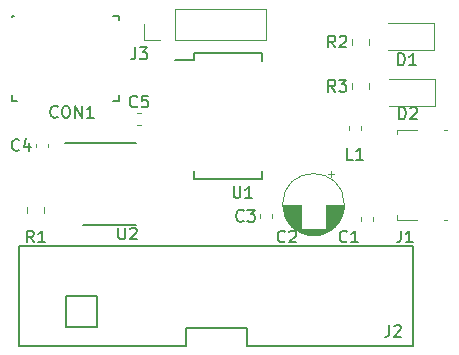
<source format=gto>
G04 #@! TF.GenerationSoftware,KiCad,Pcbnew,(5.0.0)*
G04 #@! TF.CreationDate,2019-01-18T23:40:16+01:00*
G04 #@! TF.ProjectId,converterboard,636F6E766572746572626F6172642E6B,rev?*
G04 #@! TF.SameCoordinates,Original*
G04 #@! TF.FileFunction,Legend,Top*
G04 #@! TF.FilePolarity,Positive*
%FSLAX46Y46*%
G04 Gerber Fmt 4.6, Leading zero omitted, Abs format (unit mm)*
G04 Created by KiCad (PCBNEW (5.0.0)) date 01/18/19 23:40:16*
%MOMM*%
%LPD*%
G01*
G04 APERTURE LIST*
%ADD10C,0.120000*%
%ADD11C,0.150000*%
G04 APERTURE END LIST*
D10*
G04 #@! TO.C,J3*
X177700000Y-102080000D02*
X177700000Y-99420000D01*
X170020000Y-102080000D02*
X177700000Y-102080000D01*
X170020000Y-99420000D02*
X177700000Y-99420000D01*
X170020000Y-102080000D02*
X170020000Y-99420000D01*
X168750000Y-102080000D02*
X167420000Y-102080000D01*
X167420000Y-102080000D02*
X167420000Y-100750000D01*
D11*
G04 #@! TO.C,U2*
X162275000Y-117700000D02*
X166725000Y-117700000D01*
X160750000Y-110800000D02*
X166725000Y-110800000D01*
G04 #@! TO.C,J2*
X190200000Y-123750000D02*
X190200000Y-127950000D01*
X156800000Y-127950000D02*
X156800000Y-119550000D01*
X156800000Y-119550000D02*
X190200000Y-119550000D01*
X190200000Y-119550000D02*
X190200000Y-123750000D01*
X171000000Y-126450000D02*
X171000000Y-127950000D01*
X171000000Y-126450000D02*
X176100000Y-126450000D01*
X176100000Y-126450000D02*
X176100000Y-127950000D01*
X190200000Y-127950000D02*
X176100000Y-127950000D01*
X171000000Y-127950000D02*
X156800000Y-127950000D01*
X160800000Y-123750000D02*
X163400000Y-123750000D01*
X163400000Y-123750000D02*
X163400000Y-126350000D01*
X163400000Y-126350000D02*
X160800000Y-126350000D01*
X160800000Y-126350000D02*
X160800000Y-123750000D01*
D10*
G04 #@! TO.C,C5*
X166837221Y-109260000D02*
X167162779Y-109260000D01*
X166837221Y-108240000D02*
X167162779Y-108240000D01*
G04 #@! TO.C,C4*
X159260000Y-110837221D02*
X159260000Y-111162779D01*
X158240000Y-110837221D02*
X158240000Y-111162779D01*
G04 #@! TO.C,C3*
X177240000Y-116837221D02*
X177240000Y-117162779D01*
X178260000Y-116837221D02*
X178260000Y-117162779D01*
G04 #@! TO.C,C1*
X186760000Y-117087221D02*
X186760000Y-117412779D01*
X185740000Y-117087221D02*
X185740000Y-117412779D01*
G04 #@! TO.C,C2*
X184370000Y-116000000D02*
G75*
G03X184370000Y-116000000I-2620000J0D01*
G01*
X180710000Y-116000000D02*
X179170000Y-116000000D01*
X184330000Y-116000000D02*
X182790000Y-116000000D01*
X180710000Y-116040000D02*
X179170000Y-116040000D01*
X184330000Y-116040000D02*
X182790000Y-116040000D01*
X184329000Y-116080000D02*
X182790000Y-116080000D01*
X180710000Y-116080000D02*
X179171000Y-116080000D01*
X184328000Y-116120000D02*
X182790000Y-116120000D01*
X180710000Y-116120000D02*
X179172000Y-116120000D01*
X184326000Y-116160000D02*
X182790000Y-116160000D01*
X180710000Y-116160000D02*
X179174000Y-116160000D01*
X184323000Y-116200000D02*
X182790000Y-116200000D01*
X180710000Y-116200000D02*
X179177000Y-116200000D01*
X184319000Y-116240000D02*
X182790000Y-116240000D01*
X180710000Y-116240000D02*
X179181000Y-116240000D01*
X184315000Y-116280000D02*
X182790000Y-116280000D01*
X180710000Y-116280000D02*
X179185000Y-116280000D01*
X184311000Y-116320000D02*
X182790000Y-116320000D01*
X180710000Y-116320000D02*
X179189000Y-116320000D01*
X184306000Y-116360000D02*
X182790000Y-116360000D01*
X180710000Y-116360000D02*
X179194000Y-116360000D01*
X184300000Y-116400000D02*
X182790000Y-116400000D01*
X180710000Y-116400000D02*
X179200000Y-116400000D01*
X184293000Y-116440000D02*
X182790000Y-116440000D01*
X180710000Y-116440000D02*
X179207000Y-116440000D01*
X184286000Y-116480000D02*
X182790000Y-116480000D01*
X180710000Y-116480000D02*
X179214000Y-116480000D01*
X184278000Y-116520000D02*
X182790000Y-116520000D01*
X180710000Y-116520000D02*
X179222000Y-116520000D01*
X184270000Y-116560000D02*
X182790000Y-116560000D01*
X180710000Y-116560000D02*
X179230000Y-116560000D01*
X184261000Y-116600000D02*
X182790000Y-116600000D01*
X180710000Y-116600000D02*
X179239000Y-116600000D01*
X184251000Y-116640000D02*
X182790000Y-116640000D01*
X180710000Y-116640000D02*
X179249000Y-116640000D01*
X184241000Y-116680000D02*
X182790000Y-116680000D01*
X180710000Y-116680000D02*
X179259000Y-116680000D01*
X184230000Y-116721000D02*
X182790000Y-116721000D01*
X180710000Y-116721000D02*
X179270000Y-116721000D01*
X184218000Y-116761000D02*
X182790000Y-116761000D01*
X180710000Y-116761000D02*
X179282000Y-116761000D01*
X184205000Y-116801000D02*
X182790000Y-116801000D01*
X180710000Y-116801000D02*
X179295000Y-116801000D01*
X184192000Y-116841000D02*
X182790000Y-116841000D01*
X180710000Y-116841000D02*
X179308000Y-116841000D01*
X184178000Y-116881000D02*
X182790000Y-116881000D01*
X180710000Y-116881000D02*
X179322000Y-116881000D01*
X184164000Y-116921000D02*
X182790000Y-116921000D01*
X180710000Y-116921000D02*
X179336000Y-116921000D01*
X184148000Y-116961000D02*
X182790000Y-116961000D01*
X180710000Y-116961000D02*
X179352000Y-116961000D01*
X184132000Y-117001000D02*
X182790000Y-117001000D01*
X180710000Y-117001000D02*
X179368000Y-117001000D01*
X184115000Y-117041000D02*
X182790000Y-117041000D01*
X180710000Y-117041000D02*
X179385000Y-117041000D01*
X184098000Y-117081000D02*
X182790000Y-117081000D01*
X180710000Y-117081000D02*
X179402000Y-117081000D01*
X184079000Y-117121000D02*
X182790000Y-117121000D01*
X180710000Y-117121000D02*
X179421000Y-117121000D01*
X184060000Y-117161000D02*
X182790000Y-117161000D01*
X180710000Y-117161000D02*
X179440000Y-117161000D01*
X184040000Y-117201000D02*
X182790000Y-117201000D01*
X180710000Y-117201000D02*
X179460000Y-117201000D01*
X184018000Y-117241000D02*
X182790000Y-117241000D01*
X180710000Y-117241000D02*
X179482000Y-117241000D01*
X183997000Y-117281000D02*
X182790000Y-117281000D01*
X180710000Y-117281000D02*
X179503000Y-117281000D01*
X183974000Y-117321000D02*
X182790000Y-117321000D01*
X180710000Y-117321000D02*
X179526000Y-117321000D01*
X183950000Y-117361000D02*
X182790000Y-117361000D01*
X180710000Y-117361000D02*
X179550000Y-117361000D01*
X183925000Y-117401000D02*
X182790000Y-117401000D01*
X180710000Y-117401000D02*
X179575000Y-117401000D01*
X183899000Y-117441000D02*
X182790000Y-117441000D01*
X180710000Y-117441000D02*
X179601000Y-117441000D01*
X183872000Y-117481000D02*
X182790000Y-117481000D01*
X180710000Y-117481000D02*
X179628000Y-117481000D01*
X183845000Y-117521000D02*
X182790000Y-117521000D01*
X180710000Y-117521000D02*
X179655000Y-117521000D01*
X183815000Y-117561000D02*
X182790000Y-117561000D01*
X180710000Y-117561000D02*
X179685000Y-117561000D01*
X183785000Y-117601000D02*
X182790000Y-117601000D01*
X180710000Y-117601000D02*
X179715000Y-117601000D01*
X183754000Y-117641000D02*
X182790000Y-117641000D01*
X180710000Y-117641000D02*
X179746000Y-117641000D01*
X183721000Y-117681000D02*
X182790000Y-117681000D01*
X180710000Y-117681000D02*
X179779000Y-117681000D01*
X183687000Y-117721000D02*
X182790000Y-117721000D01*
X180710000Y-117721000D02*
X179813000Y-117721000D01*
X183651000Y-117761000D02*
X182790000Y-117761000D01*
X180710000Y-117761000D02*
X179849000Y-117761000D01*
X183614000Y-117801000D02*
X182790000Y-117801000D01*
X180710000Y-117801000D02*
X179886000Y-117801000D01*
X183576000Y-117841000D02*
X182790000Y-117841000D01*
X180710000Y-117841000D02*
X179924000Y-117841000D01*
X183535000Y-117881000D02*
X182790000Y-117881000D01*
X180710000Y-117881000D02*
X179965000Y-117881000D01*
X183493000Y-117921000D02*
X182790000Y-117921000D01*
X180710000Y-117921000D02*
X180007000Y-117921000D01*
X183449000Y-117961000D02*
X182790000Y-117961000D01*
X180710000Y-117961000D02*
X180051000Y-117961000D01*
X183403000Y-118001000D02*
X182790000Y-118001000D01*
X180710000Y-118001000D02*
X180097000Y-118001000D01*
X183355000Y-118041000D02*
X180145000Y-118041000D01*
X183304000Y-118081000D02*
X180196000Y-118081000D01*
X183250000Y-118121000D02*
X180250000Y-118121000D01*
X183193000Y-118161000D02*
X180307000Y-118161000D01*
X183133000Y-118201000D02*
X180367000Y-118201000D01*
X183069000Y-118241000D02*
X180431000Y-118241000D01*
X183001000Y-118281000D02*
X180499000Y-118281000D01*
X182928000Y-118321000D02*
X180572000Y-118321000D01*
X182848000Y-118361000D02*
X180652000Y-118361000D01*
X182761000Y-118401000D02*
X180739000Y-118401000D01*
X182665000Y-118441000D02*
X180835000Y-118441000D01*
X182555000Y-118481000D02*
X180945000Y-118481000D01*
X182427000Y-118521000D02*
X181073000Y-118521000D01*
X182268000Y-118561000D02*
X181232000Y-118561000D01*
X182034000Y-118601000D02*
X181466000Y-118601000D01*
X183225000Y-113195225D02*
X183225000Y-113695225D01*
X183475000Y-113445225D02*
X182975000Y-113445225D01*
G04 #@! TO.C,J1*
X188790000Y-109690000D02*
X188790000Y-110070000D01*
X192840000Y-109690000D02*
X193100000Y-109690000D01*
X188790000Y-109690000D02*
X190560000Y-109690000D01*
X188790000Y-117310000D02*
X188790000Y-116930000D01*
X190560000Y-117310000D02*
X188790000Y-117310000D01*
X193100000Y-117310000D02*
X192840000Y-117310000D01*
G04 #@! TO.C,D2*
X192035000Y-105365000D02*
X188150000Y-105365000D01*
X192035000Y-107635000D02*
X192035000Y-105365000D01*
X188150000Y-107635000D02*
X192035000Y-107635000D01*
G04 #@! TO.C,D1*
X188050000Y-102885000D02*
X191935000Y-102885000D01*
X191935000Y-102885000D02*
X191935000Y-100615000D01*
X191935000Y-100615000D02*
X188050000Y-100615000D01*
D11*
G04 #@! TO.C,CON1*
X165250000Y-107201800D02*
X165250000Y-106770000D01*
X164814000Y-107201800D02*
X165250000Y-107201800D01*
X165250000Y-100000000D02*
X165250000Y-100420000D01*
X164814000Y-100000000D02*
X165250000Y-100000000D01*
X156254200Y-100013600D02*
X156254200Y-100166000D01*
X156432000Y-100000000D02*
X156250000Y-100000000D01*
X156254200Y-107201800D02*
X156254200Y-106770000D01*
X156686000Y-107201800D02*
X156254200Y-107201800D01*
D10*
G04 #@! TO.C,L1*
X185760000Y-109337221D02*
X185760000Y-109662779D01*
X184740000Y-109337221D02*
X184740000Y-109662779D01*
D11*
G04 #@! TO.C,U1*
X171625000Y-103175000D02*
X171625000Y-103750000D01*
X177375000Y-103175000D02*
X177375000Y-103825000D01*
X177375000Y-113825000D02*
X177375000Y-113175000D01*
X171625000Y-113825000D02*
X171625000Y-113175000D01*
X171625000Y-103175000D02*
X177375000Y-103175000D01*
X171625000Y-113825000D02*
X177375000Y-113825000D01*
X171625000Y-103750000D02*
X170025000Y-103750000D01*
D10*
G04 #@! TO.C,R3*
X186460000Y-105741422D02*
X186460000Y-106258578D01*
X185040000Y-105741422D02*
X185040000Y-106258578D01*
G04 #@! TO.C,R2*
X186460000Y-102508578D02*
X186460000Y-101991422D01*
X185040000Y-102508578D02*
X185040000Y-101991422D01*
G04 #@! TO.C,R1*
X157540000Y-116696078D02*
X157540000Y-116178922D01*
X158960000Y-116696078D02*
X158960000Y-116178922D01*
G04 #@! TO.C,J3*
D11*
X166666666Y-102702380D02*
X166666666Y-103416666D01*
X166619047Y-103559523D01*
X166523809Y-103654761D01*
X166380952Y-103702380D01*
X166285714Y-103702380D01*
X167047619Y-102702380D02*
X167666666Y-102702380D01*
X167333333Y-103083333D01*
X167476190Y-103083333D01*
X167571428Y-103130952D01*
X167619047Y-103178571D01*
X167666666Y-103273809D01*
X167666666Y-103511904D01*
X167619047Y-103607142D01*
X167571428Y-103654761D01*
X167476190Y-103702380D01*
X167190476Y-103702380D01*
X167095238Y-103654761D01*
X167047619Y-103607142D01*
G04 #@! TO.C,U2*
X165238095Y-117952380D02*
X165238095Y-118761904D01*
X165285714Y-118857142D01*
X165333333Y-118904761D01*
X165428571Y-118952380D01*
X165619047Y-118952380D01*
X165714285Y-118904761D01*
X165761904Y-118857142D01*
X165809523Y-118761904D01*
X165809523Y-117952380D01*
X166238095Y-118047619D02*
X166285714Y-118000000D01*
X166380952Y-117952380D01*
X166619047Y-117952380D01*
X166714285Y-118000000D01*
X166761904Y-118047619D01*
X166809523Y-118142857D01*
X166809523Y-118238095D01*
X166761904Y-118380952D01*
X166190476Y-118952380D01*
X166809523Y-118952380D01*
G04 #@! TO.C,J2*
X188166666Y-126202380D02*
X188166666Y-126916666D01*
X188119047Y-127059523D01*
X188023809Y-127154761D01*
X187880952Y-127202380D01*
X187785714Y-127202380D01*
X188595238Y-126297619D02*
X188642857Y-126250000D01*
X188738095Y-126202380D01*
X188976190Y-126202380D01*
X189071428Y-126250000D01*
X189119047Y-126297619D01*
X189166666Y-126392857D01*
X189166666Y-126488095D01*
X189119047Y-126630952D01*
X188547619Y-127202380D01*
X189166666Y-127202380D01*
G04 #@! TO.C,C5*
X166833333Y-107677142D02*
X166785714Y-107724761D01*
X166642857Y-107772380D01*
X166547619Y-107772380D01*
X166404761Y-107724761D01*
X166309523Y-107629523D01*
X166261904Y-107534285D01*
X166214285Y-107343809D01*
X166214285Y-107200952D01*
X166261904Y-107010476D01*
X166309523Y-106915238D01*
X166404761Y-106820000D01*
X166547619Y-106772380D01*
X166642857Y-106772380D01*
X166785714Y-106820000D01*
X166833333Y-106867619D01*
X167738095Y-106772380D02*
X167261904Y-106772380D01*
X167214285Y-107248571D01*
X167261904Y-107200952D01*
X167357142Y-107153333D01*
X167595238Y-107153333D01*
X167690476Y-107200952D01*
X167738095Y-107248571D01*
X167785714Y-107343809D01*
X167785714Y-107581904D01*
X167738095Y-107677142D01*
X167690476Y-107724761D01*
X167595238Y-107772380D01*
X167357142Y-107772380D01*
X167261904Y-107724761D01*
X167214285Y-107677142D01*
G04 #@! TO.C,C4*
X156833333Y-111357142D02*
X156785714Y-111404761D01*
X156642857Y-111452380D01*
X156547619Y-111452380D01*
X156404761Y-111404761D01*
X156309523Y-111309523D01*
X156261904Y-111214285D01*
X156214285Y-111023809D01*
X156214285Y-110880952D01*
X156261904Y-110690476D01*
X156309523Y-110595238D01*
X156404761Y-110500000D01*
X156547619Y-110452380D01*
X156642857Y-110452380D01*
X156785714Y-110500000D01*
X156833333Y-110547619D01*
X157690476Y-110785714D02*
X157690476Y-111452380D01*
X157452380Y-110404761D02*
X157214285Y-111119047D01*
X157833333Y-111119047D01*
G04 #@! TO.C,C3*
X175833333Y-117357142D02*
X175785714Y-117404761D01*
X175642857Y-117452380D01*
X175547619Y-117452380D01*
X175404761Y-117404761D01*
X175309523Y-117309523D01*
X175261904Y-117214285D01*
X175214285Y-117023809D01*
X175214285Y-116880952D01*
X175261904Y-116690476D01*
X175309523Y-116595238D01*
X175404761Y-116500000D01*
X175547619Y-116452380D01*
X175642857Y-116452380D01*
X175785714Y-116500000D01*
X175833333Y-116547619D01*
X176166666Y-116452380D02*
X176785714Y-116452380D01*
X176452380Y-116833333D01*
X176595238Y-116833333D01*
X176690476Y-116880952D01*
X176738095Y-116928571D01*
X176785714Y-117023809D01*
X176785714Y-117261904D01*
X176738095Y-117357142D01*
X176690476Y-117404761D01*
X176595238Y-117452380D01*
X176309523Y-117452380D01*
X176214285Y-117404761D01*
X176166666Y-117357142D01*
G04 #@! TO.C,C1*
X184583333Y-119107142D02*
X184535714Y-119154761D01*
X184392857Y-119202380D01*
X184297619Y-119202380D01*
X184154761Y-119154761D01*
X184059523Y-119059523D01*
X184011904Y-118964285D01*
X183964285Y-118773809D01*
X183964285Y-118630952D01*
X184011904Y-118440476D01*
X184059523Y-118345238D01*
X184154761Y-118250000D01*
X184297619Y-118202380D01*
X184392857Y-118202380D01*
X184535714Y-118250000D01*
X184583333Y-118297619D01*
X185535714Y-119202380D02*
X184964285Y-119202380D01*
X185250000Y-119202380D02*
X185250000Y-118202380D01*
X185154761Y-118345238D01*
X185059523Y-118440476D01*
X184964285Y-118488095D01*
G04 #@! TO.C,C2*
X179333333Y-119107142D02*
X179285714Y-119154761D01*
X179142857Y-119202380D01*
X179047619Y-119202380D01*
X178904761Y-119154761D01*
X178809523Y-119059523D01*
X178761904Y-118964285D01*
X178714285Y-118773809D01*
X178714285Y-118630952D01*
X178761904Y-118440476D01*
X178809523Y-118345238D01*
X178904761Y-118250000D01*
X179047619Y-118202380D01*
X179142857Y-118202380D01*
X179285714Y-118250000D01*
X179333333Y-118297619D01*
X179714285Y-118297619D02*
X179761904Y-118250000D01*
X179857142Y-118202380D01*
X180095238Y-118202380D01*
X180190476Y-118250000D01*
X180238095Y-118297619D01*
X180285714Y-118392857D01*
X180285714Y-118488095D01*
X180238095Y-118630952D01*
X179666666Y-119202380D01*
X180285714Y-119202380D01*
G04 #@! TO.C,J1*
X189166666Y-118202380D02*
X189166666Y-118916666D01*
X189119047Y-119059523D01*
X189023809Y-119154761D01*
X188880952Y-119202380D01*
X188785714Y-119202380D01*
X190166666Y-119202380D02*
X189595238Y-119202380D01*
X189880952Y-119202380D02*
X189880952Y-118202380D01*
X189785714Y-118345238D01*
X189690476Y-118440476D01*
X189595238Y-118488095D01*
G04 #@! TO.C,D2*
X189011904Y-108772380D02*
X189011904Y-107772380D01*
X189250000Y-107772380D01*
X189392857Y-107820000D01*
X189488095Y-107915238D01*
X189535714Y-108010476D01*
X189583333Y-108200952D01*
X189583333Y-108343809D01*
X189535714Y-108534285D01*
X189488095Y-108629523D01*
X189392857Y-108724761D01*
X189250000Y-108772380D01*
X189011904Y-108772380D01*
X189964285Y-107867619D02*
X190011904Y-107820000D01*
X190107142Y-107772380D01*
X190345238Y-107772380D01*
X190440476Y-107820000D01*
X190488095Y-107867619D01*
X190535714Y-107962857D01*
X190535714Y-108058095D01*
X190488095Y-108200952D01*
X189916666Y-108772380D01*
X190535714Y-108772380D01*
G04 #@! TO.C,D1*
X188911904Y-104202380D02*
X188911904Y-103202380D01*
X189150000Y-103202380D01*
X189292857Y-103250000D01*
X189388095Y-103345238D01*
X189435714Y-103440476D01*
X189483333Y-103630952D01*
X189483333Y-103773809D01*
X189435714Y-103964285D01*
X189388095Y-104059523D01*
X189292857Y-104154761D01*
X189150000Y-104202380D01*
X188911904Y-104202380D01*
X190435714Y-104202380D02*
X189864285Y-104202380D01*
X190150000Y-104202380D02*
X190150000Y-103202380D01*
X190054761Y-103345238D01*
X189959523Y-103440476D01*
X189864285Y-103488095D01*
G04 #@! TO.C,CON1*
X160094514Y-108549542D02*
X160046895Y-108597161D01*
X159904038Y-108644780D01*
X159808800Y-108644780D01*
X159665942Y-108597161D01*
X159570704Y-108501923D01*
X159523085Y-108406685D01*
X159475466Y-108216209D01*
X159475466Y-108073352D01*
X159523085Y-107882876D01*
X159570704Y-107787638D01*
X159665942Y-107692400D01*
X159808800Y-107644780D01*
X159904038Y-107644780D01*
X160046895Y-107692400D01*
X160094514Y-107740019D01*
X160713561Y-107644780D02*
X160904038Y-107644780D01*
X160999276Y-107692400D01*
X161094514Y-107787638D01*
X161142133Y-107978114D01*
X161142133Y-108311447D01*
X161094514Y-108501923D01*
X160999276Y-108597161D01*
X160904038Y-108644780D01*
X160713561Y-108644780D01*
X160618323Y-108597161D01*
X160523085Y-108501923D01*
X160475466Y-108311447D01*
X160475466Y-107978114D01*
X160523085Y-107787638D01*
X160618323Y-107692400D01*
X160713561Y-107644780D01*
X161570704Y-108644780D02*
X161570704Y-107644780D01*
X162142133Y-108644780D01*
X162142133Y-107644780D01*
X163142133Y-108644780D02*
X162570704Y-108644780D01*
X162856419Y-108644780D02*
X162856419Y-107644780D01*
X162761180Y-107787638D01*
X162665942Y-107882876D01*
X162570704Y-107930495D01*
G04 #@! TO.C,L1*
X185083333Y-112202380D02*
X184607142Y-112202380D01*
X184607142Y-111202380D01*
X185940476Y-112202380D02*
X185369047Y-112202380D01*
X185654761Y-112202380D02*
X185654761Y-111202380D01*
X185559523Y-111345238D01*
X185464285Y-111440476D01*
X185369047Y-111488095D01*
G04 #@! TO.C,U1*
X174988095Y-114452380D02*
X174988095Y-115261904D01*
X175035714Y-115357142D01*
X175083333Y-115404761D01*
X175178571Y-115452380D01*
X175369047Y-115452380D01*
X175464285Y-115404761D01*
X175511904Y-115357142D01*
X175559523Y-115261904D01*
X175559523Y-114452380D01*
X176559523Y-115452380D02*
X175988095Y-115452380D01*
X176273809Y-115452380D02*
X176273809Y-114452380D01*
X176178571Y-114595238D01*
X176083333Y-114690476D01*
X175988095Y-114738095D01*
G04 #@! TO.C,R3*
X183583333Y-106452380D02*
X183250000Y-105976190D01*
X183011904Y-106452380D02*
X183011904Y-105452380D01*
X183392857Y-105452380D01*
X183488095Y-105500000D01*
X183535714Y-105547619D01*
X183583333Y-105642857D01*
X183583333Y-105785714D01*
X183535714Y-105880952D01*
X183488095Y-105928571D01*
X183392857Y-105976190D01*
X183011904Y-105976190D01*
X183916666Y-105452380D02*
X184535714Y-105452380D01*
X184202380Y-105833333D01*
X184345238Y-105833333D01*
X184440476Y-105880952D01*
X184488095Y-105928571D01*
X184535714Y-106023809D01*
X184535714Y-106261904D01*
X184488095Y-106357142D01*
X184440476Y-106404761D01*
X184345238Y-106452380D01*
X184059523Y-106452380D01*
X183964285Y-106404761D01*
X183916666Y-106357142D01*
G04 #@! TO.C,R2*
X183583333Y-102702380D02*
X183250000Y-102226190D01*
X183011904Y-102702380D02*
X183011904Y-101702380D01*
X183392857Y-101702380D01*
X183488095Y-101750000D01*
X183535714Y-101797619D01*
X183583333Y-101892857D01*
X183583333Y-102035714D01*
X183535714Y-102130952D01*
X183488095Y-102178571D01*
X183392857Y-102226190D01*
X183011904Y-102226190D01*
X183964285Y-101797619D02*
X184011904Y-101750000D01*
X184107142Y-101702380D01*
X184345238Y-101702380D01*
X184440476Y-101750000D01*
X184488095Y-101797619D01*
X184535714Y-101892857D01*
X184535714Y-101988095D01*
X184488095Y-102130952D01*
X183916666Y-102702380D01*
X184535714Y-102702380D01*
G04 #@! TO.C,R1*
X158083333Y-119202380D02*
X157750000Y-118726190D01*
X157511904Y-119202380D02*
X157511904Y-118202380D01*
X157892857Y-118202380D01*
X157988095Y-118250000D01*
X158035714Y-118297619D01*
X158083333Y-118392857D01*
X158083333Y-118535714D01*
X158035714Y-118630952D01*
X157988095Y-118678571D01*
X157892857Y-118726190D01*
X157511904Y-118726190D01*
X159035714Y-119202380D02*
X158464285Y-119202380D01*
X158750000Y-119202380D02*
X158750000Y-118202380D01*
X158654761Y-118345238D01*
X158559523Y-118440476D01*
X158464285Y-118488095D01*
G04 #@! TD*
M02*

</source>
